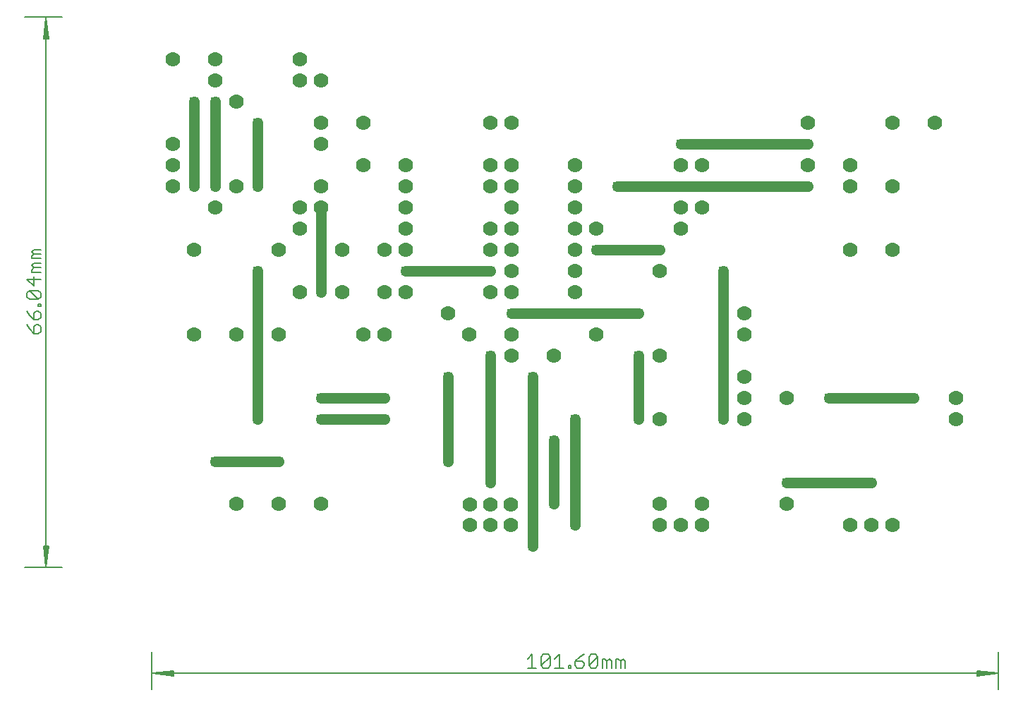
<source format=gtl>
G75*
%MOIN*%
%OFA0B0*%
%FSLAX25Y25*%
%IPPOS*%
%LPD*%
%AMOC8*
5,1,8,0,0,1.08239X$1,22.5*
%
%ADD10C,0.00512*%
%ADD11C,0.00600*%
%ADD12C,0.07000*%
%ADD13R,0.03962X0.03962*%
%ADD14C,0.05000*%
D10*
X0062595Y0001256D02*
X0062595Y0018933D01*
X0062851Y0008933D02*
X0072831Y0009957D01*
X0072831Y0010190D02*
X0072831Y0007676D01*
X0062851Y0008933D01*
X0072831Y0007909D01*
X0072831Y0008421D02*
X0062851Y0008933D01*
X0072831Y0009445D01*
X0072831Y0010190D02*
X0062851Y0008933D01*
X0462339Y0008933D01*
X0452359Y0007909D01*
X0452359Y0007676D02*
X0462339Y0008933D01*
X0452359Y0009957D01*
X0452359Y0010190D02*
X0452359Y0007676D01*
X0452359Y0008421D02*
X0462339Y0008933D01*
X0452359Y0009445D01*
X0452359Y0010190D02*
X0462339Y0008933D01*
X0462595Y0001256D02*
X0462595Y0018933D01*
X0020272Y0058933D02*
X0002595Y0058933D01*
X0012595Y0059189D02*
X0013619Y0069169D01*
X0013852Y0069169D02*
X0012595Y0059189D01*
X0011572Y0069169D01*
X0011338Y0069169D02*
X0013852Y0069169D01*
X0013107Y0069169D02*
X0012595Y0059189D01*
X0012083Y0069169D01*
X0011338Y0069169D02*
X0012595Y0059189D01*
X0012595Y0318677D01*
X0013619Y0308697D01*
X0013852Y0308697D02*
X0012595Y0318677D01*
X0011572Y0308697D01*
X0011338Y0308697D02*
X0013852Y0308697D01*
X0013107Y0308697D02*
X0012595Y0318677D01*
X0012083Y0308697D01*
X0011338Y0308697D02*
X0012595Y0318677D01*
X0020272Y0318933D02*
X0002595Y0318933D01*
D11*
X0006831Y0209159D02*
X0010033Y0209159D01*
X0010033Y0207024D02*
X0006831Y0207024D01*
X0005763Y0208092D01*
X0006831Y0209159D01*
X0006831Y0207024D02*
X0005763Y0205956D01*
X0005763Y0204889D01*
X0010033Y0204889D01*
X0010033Y0202714D02*
X0006831Y0202714D01*
X0005763Y0201646D01*
X0006831Y0200578D01*
X0010033Y0200578D01*
X0010033Y0198443D02*
X0005763Y0198443D01*
X0005763Y0199511D01*
X0006831Y0200578D01*
X0006831Y0196268D02*
X0006831Y0191998D01*
X0003628Y0195201D01*
X0010033Y0195201D01*
X0008966Y0189823D02*
X0010033Y0188755D01*
X0010033Y0186620D01*
X0008966Y0185552D01*
X0004695Y0189823D01*
X0008966Y0189823D01*
X0004695Y0189823D02*
X0003628Y0188755D01*
X0003628Y0186620D01*
X0004695Y0185552D01*
X0008966Y0185552D01*
X0008966Y0183397D02*
X0010033Y0183397D01*
X0010033Y0182330D01*
X0008966Y0182330D01*
X0008966Y0183397D01*
X0008966Y0180154D02*
X0007898Y0180154D01*
X0006831Y0179087D01*
X0006831Y0175884D01*
X0008966Y0175884D01*
X0010033Y0176952D01*
X0010033Y0179087D01*
X0008966Y0180154D01*
X0004695Y0178019D02*
X0006831Y0175884D01*
X0007898Y0173709D02*
X0006831Y0172641D01*
X0006831Y0169439D01*
X0008966Y0169439D01*
X0010033Y0170506D01*
X0010033Y0172641D01*
X0008966Y0173709D01*
X0007898Y0173709D01*
X0004695Y0171574D02*
X0006831Y0169439D01*
X0004695Y0171574D02*
X0003628Y0173709D01*
X0004695Y0178019D02*
X0003628Y0180154D01*
X0240024Y0015765D02*
X0242159Y0017900D01*
X0242159Y0011495D01*
X0240024Y0011495D02*
X0244294Y0011495D01*
X0246469Y0012562D02*
X0250739Y0016833D01*
X0250739Y0012562D01*
X0249672Y0011495D01*
X0247537Y0011495D01*
X0246469Y0012562D01*
X0246469Y0016833D01*
X0247537Y0017900D01*
X0249672Y0017900D01*
X0250739Y0016833D01*
X0252915Y0015765D02*
X0255050Y0017900D01*
X0255050Y0011495D01*
X0252915Y0011495D02*
X0257185Y0011495D01*
X0259360Y0011495D02*
X0260428Y0011495D01*
X0260428Y0012562D01*
X0259360Y0012562D01*
X0259360Y0011495D01*
X0262583Y0012562D02*
X0262583Y0014698D01*
X0265786Y0014698D01*
X0266853Y0013630D01*
X0266853Y0012562D01*
X0265786Y0011495D01*
X0263650Y0011495D01*
X0262583Y0012562D01*
X0262583Y0014698D02*
X0264718Y0016833D01*
X0266853Y0017900D01*
X0269028Y0016833D02*
X0270096Y0017900D01*
X0272231Y0017900D01*
X0273299Y0016833D01*
X0269028Y0012562D01*
X0270096Y0011495D01*
X0272231Y0011495D01*
X0273299Y0012562D01*
X0273299Y0016833D01*
X0275474Y0015765D02*
X0276541Y0015765D01*
X0277609Y0014698D01*
X0278677Y0015765D01*
X0279744Y0014698D01*
X0279744Y0011495D01*
X0277609Y0011495D02*
X0277609Y0014698D01*
X0275474Y0015765D02*
X0275474Y0011495D01*
X0281919Y0011495D02*
X0281919Y0015765D01*
X0282987Y0015765D01*
X0284054Y0014698D01*
X0285122Y0015765D01*
X0286190Y0014698D01*
X0286190Y0011495D01*
X0284054Y0011495D02*
X0284054Y0014698D01*
X0269028Y0016833D02*
X0269028Y0012562D01*
D12*
X0302595Y0078933D03*
X0312595Y0078933D03*
X0322595Y0078933D03*
X0322595Y0088933D03*
X0302595Y0088933D03*
X0302595Y0128933D03*
X0342595Y0128933D03*
X0342595Y0138933D03*
X0342595Y0148933D03*
X0362595Y0138933D03*
X0342595Y0168933D03*
X0342595Y0178933D03*
X0302595Y0158933D03*
X0272595Y0168933D03*
X0252595Y0158933D03*
X0232595Y0158933D03*
X0232595Y0168933D03*
X0212595Y0168933D03*
X0202595Y0178933D03*
X0182595Y0188933D03*
X0172595Y0188933D03*
X0152595Y0188933D03*
X0132595Y0188933D03*
X0122595Y0208933D03*
X0132595Y0218933D03*
X0132595Y0228933D03*
X0142595Y0228933D03*
X0142595Y0238933D03*
X0162595Y0248933D03*
X0182595Y0248933D03*
X0182595Y0238933D03*
X0182595Y0228933D03*
X0182595Y0218933D03*
X0182595Y0208933D03*
X0172595Y0208933D03*
X0152595Y0208933D03*
X0102595Y0238933D03*
X0092595Y0228933D03*
X0072595Y0238933D03*
X0072595Y0248933D03*
X0072595Y0258933D03*
X0102595Y0278933D03*
X0092595Y0288933D03*
X0092595Y0298933D03*
X0072595Y0298933D03*
X0132595Y0298933D03*
X0132595Y0288933D03*
X0142595Y0288933D03*
X0142595Y0268933D03*
X0142595Y0258933D03*
X0162595Y0268933D03*
X0222595Y0268933D03*
X0232595Y0268933D03*
X0232595Y0248933D03*
X0222595Y0248933D03*
X0222595Y0238933D03*
X0232595Y0238933D03*
X0232595Y0228933D03*
X0232595Y0218933D03*
X0222595Y0218933D03*
X0222595Y0208933D03*
X0232595Y0208933D03*
X0232595Y0198933D03*
X0232595Y0188933D03*
X0222595Y0188933D03*
X0262595Y0188933D03*
X0262595Y0198933D03*
X0262595Y0208933D03*
X0262595Y0218933D03*
X0272595Y0218933D03*
X0262595Y0228933D03*
X0262595Y0238933D03*
X0262595Y0248933D03*
X0312595Y0248933D03*
X0322595Y0248933D03*
X0322595Y0228933D03*
X0312595Y0228933D03*
X0312595Y0218933D03*
X0302595Y0198933D03*
X0372595Y0248933D03*
X0392595Y0248933D03*
X0392595Y0238933D03*
X0412595Y0238933D03*
X0412595Y0208933D03*
X0392595Y0208933D03*
X0372595Y0268933D03*
X0412595Y0268933D03*
X0432595Y0268933D03*
X0442595Y0138933D03*
X0442595Y0128933D03*
X0412595Y0078933D03*
X0402595Y0078933D03*
X0392595Y0078933D03*
X0362595Y0088933D03*
X0232280Y0088618D03*
X0222595Y0088618D03*
X0212910Y0088618D03*
X0212910Y0078933D03*
X0222595Y0078933D03*
X0232280Y0078933D03*
X0142595Y0088933D03*
X0122595Y0088933D03*
X0102595Y0088933D03*
X0102595Y0168933D03*
X0122595Y0168933D03*
X0082595Y0168933D03*
X0082595Y0208933D03*
X0162595Y0168933D03*
X0172595Y0168933D03*
D13*
X0202595Y0148933D03*
X0222595Y0158933D03*
X0242595Y0148933D03*
X0262595Y0128933D03*
X0252595Y0118933D03*
X0222595Y0098933D03*
X0202595Y0108933D03*
X0172595Y0128933D03*
X0172595Y0138933D03*
X0142595Y0138933D03*
X0142595Y0128933D03*
X0122595Y0108933D03*
X0112595Y0128933D03*
X0092595Y0108933D03*
X0142595Y0188933D03*
X0112595Y0198933D03*
X0142595Y0228933D03*
X0112595Y0238933D03*
X0102595Y0238933D03*
X0102595Y0238933D03*
X0092595Y0238933D03*
X0082595Y0238933D03*
X0112595Y0268933D03*
X0092595Y0278933D03*
X0082595Y0278933D03*
X0182595Y0198933D03*
X0222595Y0198933D03*
X0232595Y0178933D03*
X0272595Y0208933D03*
X0302595Y0208933D03*
X0332595Y0198933D03*
X0292595Y0178933D03*
X0292595Y0158933D03*
X0292595Y0128933D03*
X0332595Y0128933D03*
X0362595Y0098933D03*
X0402595Y0098933D03*
X0382595Y0138933D03*
X0422595Y0138933D03*
X0372595Y0238933D03*
X0372595Y0258933D03*
X0312595Y0258933D03*
X0282595Y0238933D03*
X0252595Y0088933D03*
X0262595Y0078933D03*
X0242595Y0068933D03*
D14*
X0242595Y0148933D01*
X0222595Y0158933D02*
X0222595Y0098933D01*
X0202595Y0108933D02*
X0202595Y0148933D01*
X0172595Y0138933D02*
X0142595Y0138933D01*
X0142595Y0128933D02*
X0172595Y0128933D01*
X0122595Y0108933D02*
X0092595Y0108933D01*
X0112595Y0128933D02*
X0112595Y0198933D01*
X0142595Y0188933D02*
X0142595Y0228933D01*
X0112595Y0238933D02*
X0112595Y0268933D01*
X0092595Y0278933D02*
X0092595Y0238933D01*
X0082595Y0238933D02*
X0082595Y0278933D01*
X0182595Y0198933D02*
X0222595Y0198933D01*
X0232595Y0178933D02*
X0292595Y0178933D01*
X0292595Y0158933D02*
X0292595Y0128933D01*
X0262595Y0128933D02*
X0262595Y0078933D01*
X0252595Y0088933D02*
X0252595Y0118933D01*
X0332595Y0128933D02*
X0332595Y0198933D01*
X0302595Y0208933D02*
X0272595Y0208933D01*
X0282595Y0238933D02*
X0372595Y0238933D01*
X0372595Y0258933D02*
X0312595Y0258933D01*
X0382595Y0138933D02*
X0422595Y0138933D01*
X0402595Y0098933D02*
X0362595Y0098933D01*
M02*

</source>
